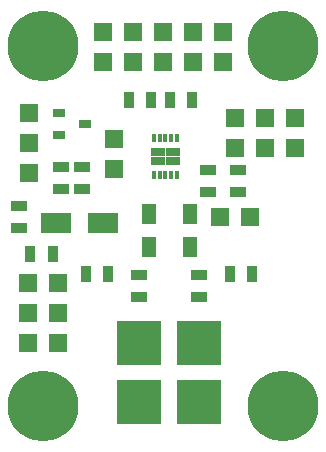
<source format=gbr>
G04 #@! TF.FileFunction,Soldermask,Bot*
%FSLAX46Y46*%
G04 Gerber Fmt 4.6, Leading zero omitted, Abs format (unit mm)*
G04 Created by KiCad (PCBNEW 0.201505051231+5642~23~ubuntu14.04.1-product) date St 6. květen 2015, 12:21:16 CEST*
%MOMM*%
G01*
G04 APERTURE LIST*
%ADD10C,0.300000*%
%ADD11R,0.889000X1.397000*%
%ADD12R,1.397000X0.889000*%
%ADD13R,2.499360X1.800860*%
%ADD14R,1.300480X1.699260*%
%ADD15R,1.000760X0.800100*%
%ADD16R,1.524000X1.524000*%
%ADD17C,6.000000*%
%ADD18R,3.810000X3.810000*%
%ADD19R,0.300000X0.650000*%
%ADD20R,1.240000X0.775000*%
G04 APERTURE END LIST*
D10*
D11*
X22796500Y16256000D03*
X20891500Y16256000D03*
X10604500Y16256000D03*
X8699500Y16256000D03*
D12*
X21590000Y25082500D03*
X21590000Y23177500D03*
X19050000Y25082500D03*
X19050000Y23177500D03*
D13*
X10126980Y20574000D03*
X6129020Y20574000D03*
D14*
X17498060Y18542000D03*
X13997940Y18542000D03*
X13997940Y21336000D03*
X17498060Y21336000D03*
D15*
X8592820Y28956000D03*
X6393180Y29908500D03*
X6393180Y28003500D03*
D16*
X3810000Y15494000D03*
X6350000Y15494000D03*
X3810000Y12954000D03*
X6350000Y12954000D03*
X3810000Y10414000D03*
X6350000Y10414000D03*
X11074400Y27686000D03*
X11074400Y25146000D03*
X22606000Y21082000D03*
X20066000Y21082000D03*
X26416000Y26924000D03*
X23876000Y26924000D03*
X26416000Y29464000D03*
X23876000Y29464000D03*
X20320000Y36766500D03*
X20320000Y34226500D03*
X17780000Y36766500D03*
X17780000Y34226500D03*
X15240000Y36766500D03*
X15240000Y34226500D03*
X12700000Y36766500D03*
X12700000Y34226500D03*
X10160000Y36766500D03*
X10160000Y34226500D03*
D17*
X5080000Y35560000D03*
X25400000Y5080000D03*
X25400000Y35560000D03*
X5080000Y5080000D03*
D18*
X18288000Y5414000D03*
X18288000Y10414000D03*
X13208000Y5414000D03*
X13208000Y10414000D03*
D12*
X18288000Y16192500D03*
X18288000Y14287500D03*
X13208000Y16192500D03*
X13208000Y14287500D03*
X6604000Y25336500D03*
X6604000Y23431500D03*
D11*
X17716500Y30988000D03*
X15811500Y30988000D03*
X12319000Y30988000D03*
X14224000Y30988000D03*
D19*
X16430500Y24612000D03*
X15930500Y24612000D03*
X15430500Y24612000D03*
X14930500Y24612000D03*
X14430500Y24612000D03*
X14430500Y27712000D03*
X14930500Y27712000D03*
X15430500Y27712000D03*
X15930500Y27712000D03*
X16430500Y27712000D03*
D20*
X14810500Y26549500D03*
X16050500Y26549500D03*
X14810500Y25774500D03*
X16050500Y25774500D03*
D16*
X3873500Y24765000D03*
X3873500Y27305000D03*
X3873500Y29845000D03*
X21336000Y26924000D03*
X21336000Y29464000D03*
D12*
X3048000Y20129500D03*
X3048000Y22034500D03*
D11*
X5905500Y17907000D03*
X4000500Y17907000D03*
D12*
X8382000Y25336500D03*
X8382000Y23431500D03*
M02*

</source>
